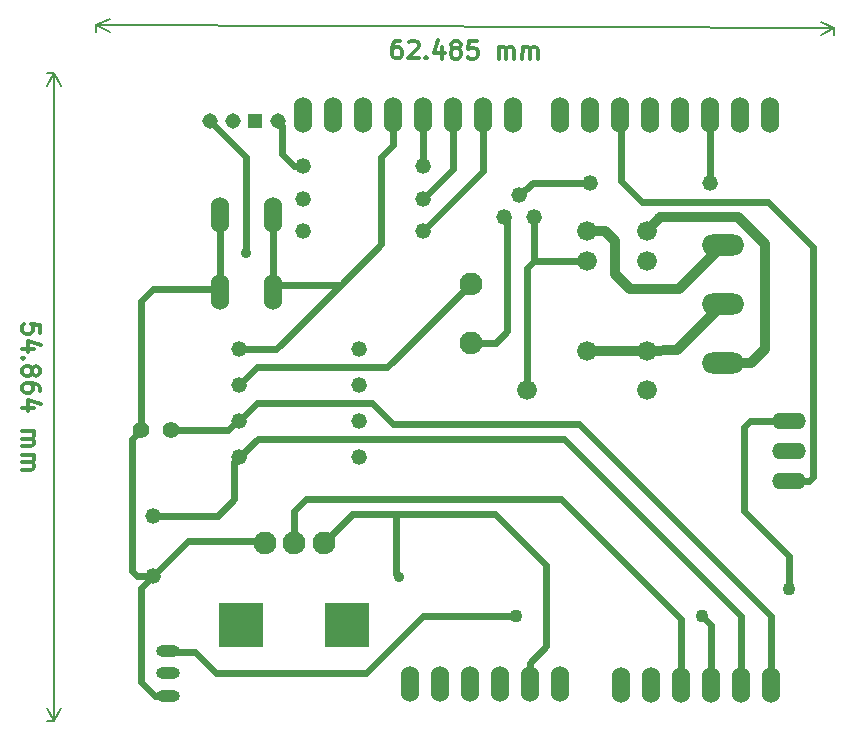
<source format=gbr>
%TF.GenerationSoftware,KiCad,Pcbnew,5.1.9-73d0e3b20d~88~ubuntu20.04.1*%
%TF.CreationDate,2021-04-10T10:54:25+05:30*%
%TF.ProjectId,shield-V1p2,73686965-6c64-42d5-9631-70322e6b6963,rev?*%
%TF.SameCoordinates,Original*%
%TF.FileFunction,Copper,L1,Top*%
%TF.FilePolarity,Positive*%
%FSLAX46Y46*%
G04 Gerber Fmt 4.6, Leading zero omitted, Abs format (unit mm)*
G04 Created by KiCad (PCBNEW 5.1.9-73d0e3b20d~88~ubuntu20.04.1) date 2021-04-10 10:54:25*
%MOMM*%
%LPD*%
G01*
G04 APERTURE LIST*
%TA.AperFunction,NonConductor*%
%ADD10C,0.300000*%
%TD*%
%TA.AperFunction,NonConductor*%
%ADD11C,0.200000*%
%TD*%
%TA.AperFunction,ComponentPad*%
%ADD12O,1.524000X3.048000*%
%TD*%
%TA.AperFunction,ComponentPad*%
%ADD13C,1.320800*%
%TD*%
%TA.AperFunction,ComponentPad*%
%ADD14C,1.308000*%
%TD*%
%TA.AperFunction,ComponentPad*%
%ADD15R,1.308000X1.308000*%
%TD*%
%TA.AperFunction,ComponentPad*%
%ADD16R,3.810000X3.810000*%
%TD*%
%TA.AperFunction,ComponentPad*%
%ADD17C,1.930400*%
%TD*%
%TA.AperFunction,ComponentPad*%
%ADD18O,2.016000X1.008000*%
%TD*%
%TA.AperFunction,ComponentPad*%
%ADD19C,1.676400*%
%TD*%
%TA.AperFunction,ComponentPad*%
%ADD20C,1.400000*%
%TD*%
%TA.AperFunction,ComponentPad*%
%ADD21O,3.581400X1.790700*%
%TD*%
%TA.AperFunction,ComponentPad*%
%ADD22O,2.844800X1.422400*%
%TD*%
%TA.AperFunction,ViaPad*%
%ADD23C,1.104800*%
%TD*%
%TA.AperFunction,ViaPad*%
%ADD24C,0.904800*%
%TD*%
%TA.AperFunction,Conductor*%
%ADD25C,0.609600*%
%TD*%
%TA.AperFunction,Conductor*%
%ADD26C,0.406400*%
%TD*%
%TA.AperFunction,Conductor*%
%ADD27C,0.812800*%
%TD*%
G04 APERTURE END LIST*
D10*
X142995850Y-74689203D02*
X142710138Y-74688042D01*
X142566992Y-74758889D01*
X142495273Y-74830027D01*
X142351546Y-75043730D01*
X142278957Y-75329151D01*
X142276634Y-75900575D01*
X142347481Y-76043722D01*
X142418619Y-76115440D01*
X142561185Y-76187449D01*
X142846897Y-76188610D01*
X142990043Y-76117763D01*
X143061761Y-76046625D01*
X143133770Y-75904060D01*
X143135222Y-75546920D01*
X143064374Y-75403773D01*
X142993237Y-75332055D01*
X142850671Y-75260046D01*
X142564959Y-75258885D01*
X142421813Y-75329732D01*
X142350095Y-75400870D01*
X142278086Y-75543435D01*
X143709549Y-74834963D02*
X143781267Y-74763825D01*
X143924414Y-74692978D01*
X144281554Y-74694430D01*
X144424119Y-74766438D01*
X144495257Y-74838157D01*
X144566104Y-74981303D01*
X144565523Y-75124159D01*
X144493224Y-75338153D01*
X143632604Y-76191804D01*
X144561168Y-76195579D01*
X145204601Y-76055336D02*
X145275738Y-76127054D01*
X145204020Y-76198192D01*
X145132882Y-76126474D01*
X145204601Y-76055336D01*
X145204020Y-76198192D01*
X146565217Y-75203717D02*
X146561152Y-76203709D01*
X146210400Y-74630841D02*
X145848904Y-75700809D01*
X146777468Y-75704584D01*
X147564628Y-75350638D02*
X147422062Y-75278629D01*
X147350924Y-75206911D01*
X147280077Y-75063765D01*
X147280368Y-74992337D01*
X147352376Y-74849771D01*
X147424095Y-74778633D01*
X147567241Y-74707786D01*
X147852953Y-74708947D01*
X147995518Y-74780956D01*
X148066656Y-74852675D01*
X148137503Y-74995821D01*
X148137213Y-75067249D01*
X148065204Y-75209814D01*
X147993486Y-75280952D01*
X147850340Y-75351799D01*
X147564628Y-75350638D01*
X147421481Y-75421485D01*
X147349763Y-75492623D01*
X147277754Y-75635188D01*
X147276593Y-75920900D01*
X147347440Y-76064047D01*
X147418578Y-76135765D01*
X147561143Y-76207774D01*
X147846855Y-76208935D01*
X147990002Y-76138088D01*
X148061720Y-76066950D01*
X148133729Y-75924385D01*
X148134890Y-75638673D01*
X148064043Y-75495526D01*
X147992905Y-75423808D01*
X147850340Y-75351799D01*
X149495796Y-74715626D02*
X148781517Y-74712722D01*
X148707185Y-75426712D01*
X148778903Y-75355574D01*
X148922050Y-75284727D01*
X149279190Y-75286178D01*
X149421755Y-75358187D01*
X149492893Y-75429906D01*
X149563740Y-75573052D01*
X149562288Y-75930192D01*
X149490280Y-76072757D01*
X149418561Y-76143895D01*
X149275415Y-76214742D01*
X148918275Y-76213290D01*
X148775709Y-76141282D01*
X148704572Y-76069563D01*
X151346826Y-76223163D02*
X151350891Y-75223171D01*
X151350311Y-75366027D02*
X151422029Y-75294889D01*
X151565175Y-75224042D01*
X151779459Y-75224913D01*
X151922025Y-75296922D01*
X151992872Y-75440068D01*
X151989678Y-76225776D01*
X151992872Y-75440068D02*
X152064881Y-75297502D01*
X152208027Y-75226655D01*
X152422311Y-75227526D01*
X152564877Y-75299535D01*
X152635724Y-75442681D01*
X152632530Y-76228389D01*
X153346810Y-76231293D02*
X153350875Y-75231301D01*
X153350294Y-75374157D02*
X153422012Y-75303019D01*
X153565159Y-75232172D01*
X153779443Y-75233043D01*
X153922008Y-75305052D01*
X153992856Y-75448198D01*
X153989662Y-76233906D01*
X153992856Y-75448198D02*
X154064864Y-75305632D01*
X154208011Y-75234785D01*
X154422295Y-75235656D01*
X154564860Y-75307665D01*
X154635707Y-75450811D01*
X154632513Y-76236519D01*
D11*
X117258596Y-73406000D02*
X179742596Y-73660000D01*
X117259100Y-73282097D02*
X117256213Y-73992416D01*
X179743100Y-73536097D02*
X179740213Y-74246416D01*
X179742596Y-73660000D02*
X178613718Y-74241837D01*
X179742596Y-73660000D02*
X178618485Y-73069005D01*
X117258596Y-73406000D02*
X118382707Y-73996995D01*
X117258596Y-73406000D02*
X118387474Y-72824163D01*
D10*
X112486428Y-99448028D02*
X112486428Y-98733742D01*
X111772142Y-98662314D01*
X111843571Y-98733742D01*
X111915000Y-98876600D01*
X111915000Y-99233742D01*
X111843571Y-99376600D01*
X111772142Y-99448028D01*
X111629285Y-99519457D01*
X111272142Y-99519457D01*
X111129285Y-99448028D01*
X111057857Y-99376600D01*
X110986428Y-99233742D01*
X110986428Y-98876600D01*
X111057857Y-98733742D01*
X111129285Y-98662314D01*
X111986428Y-100805171D02*
X110986428Y-100805171D01*
X112557857Y-100448028D02*
X111486428Y-100090885D01*
X111486428Y-101019457D01*
X111129285Y-101590885D02*
X111057857Y-101662314D01*
X110986428Y-101590885D01*
X111057857Y-101519457D01*
X111129285Y-101590885D01*
X110986428Y-101590885D01*
X111843571Y-102519457D02*
X111915000Y-102376600D01*
X111986428Y-102305171D01*
X112129285Y-102233742D01*
X112200714Y-102233742D01*
X112343571Y-102305171D01*
X112415000Y-102376600D01*
X112486428Y-102519457D01*
X112486428Y-102805171D01*
X112415000Y-102948028D01*
X112343571Y-103019457D01*
X112200714Y-103090885D01*
X112129285Y-103090885D01*
X111986428Y-103019457D01*
X111915000Y-102948028D01*
X111843571Y-102805171D01*
X111843571Y-102519457D01*
X111772142Y-102376600D01*
X111700714Y-102305171D01*
X111557857Y-102233742D01*
X111272142Y-102233742D01*
X111129285Y-102305171D01*
X111057857Y-102376600D01*
X110986428Y-102519457D01*
X110986428Y-102805171D01*
X111057857Y-102948028D01*
X111129285Y-103019457D01*
X111272142Y-103090885D01*
X111557857Y-103090885D01*
X111700714Y-103019457D01*
X111772142Y-102948028D01*
X111843571Y-102805171D01*
X112486428Y-104376600D02*
X112486428Y-104090885D01*
X112415000Y-103948028D01*
X112343571Y-103876600D01*
X112129285Y-103733742D01*
X111843571Y-103662314D01*
X111272142Y-103662314D01*
X111129285Y-103733742D01*
X111057857Y-103805171D01*
X110986428Y-103948028D01*
X110986428Y-104233742D01*
X111057857Y-104376600D01*
X111129285Y-104448028D01*
X111272142Y-104519457D01*
X111629285Y-104519457D01*
X111772142Y-104448028D01*
X111843571Y-104376600D01*
X111915000Y-104233742D01*
X111915000Y-103948028D01*
X111843571Y-103805171D01*
X111772142Y-103733742D01*
X111629285Y-103662314D01*
X111986428Y-105805171D02*
X110986428Y-105805171D01*
X112557857Y-105448028D02*
X111486428Y-105090885D01*
X111486428Y-106019457D01*
X110986428Y-107733742D02*
X111986428Y-107733742D01*
X111843571Y-107733742D02*
X111915000Y-107805171D01*
X111986428Y-107948028D01*
X111986428Y-108162314D01*
X111915000Y-108305171D01*
X111772142Y-108376600D01*
X110986428Y-108376600D01*
X111772142Y-108376600D02*
X111915000Y-108448028D01*
X111986428Y-108590885D01*
X111986428Y-108805171D01*
X111915000Y-108948028D01*
X111772142Y-109019457D01*
X110986428Y-109019457D01*
X110986428Y-109733742D02*
X111986428Y-109733742D01*
X111843571Y-109733742D02*
X111915000Y-109805171D01*
X111986428Y-109948028D01*
X111986428Y-110162314D01*
X111915000Y-110305171D01*
X111772142Y-110376600D01*
X110986428Y-110376600D01*
X111772142Y-110376600D02*
X111915000Y-110448028D01*
X111986428Y-110590885D01*
X111986428Y-110805171D01*
X111915000Y-110948028D01*
X111772142Y-111019457D01*
X110986428Y-111019457D01*
D11*
X113665000Y-77444600D02*
X113665000Y-132308600D01*
X113665000Y-77444600D02*
X113078579Y-77444600D01*
X113665000Y-132308600D02*
X113078579Y-132308600D01*
X113665000Y-132308600D02*
X113078579Y-131182096D01*
X113665000Y-132308600D02*
X114251421Y-131182096D01*
X113665000Y-77444600D02*
X113078579Y-78571104D01*
X113665000Y-77444600D02*
X114251421Y-78571104D01*
D12*
%TO.P,JP1,8*%
%TO.N,Net-(JP1-Pad8)*%
X134785100Y-81000600D03*
%TO.P,JP1,7*%
%TO.N,GND*%
X137325100Y-81000600D03*
%TO.P,JP1,6*%
%TO.N,/IR1.1*%
X139865100Y-81000600D03*
%TO.P,JP1,5*%
%TO.N,Net-(BUTTON1-Pad1)*%
X142405100Y-81000600D03*
%TO.P,JP1,4*%
%TO.N,Net-(JP1-Pad4)*%
X144945100Y-81000600D03*
%TO.P,JP1,3*%
%TO.N,Net-(JP1-Pad3)*%
X147485100Y-81000600D03*
%TO.P,JP1,2*%
%TO.N,Net-(JP1-Pad2)*%
X150025100Y-81000600D03*
%TO.P,JP1,1*%
%TO.N,/IR1.2*%
X152565100Y-81000600D03*
%TD*%
%TO.P,JP2,8*%
%TO.N,/IR2.1*%
X156502100Y-81000600D03*
%TO.P,JP2,7*%
%TO.N,/IR2.2*%
X159042100Y-81000600D03*
%TO.P,JP2,6*%
%TO.N,Net-(JP2-Pad6)*%
X161582100Y-81000600D03*
%TO.P,JP2,5*%
%TO.N,Net-(JP2-Pad5)*%
X164122100Y-81000600D03*
%TO.P,JP2,4*%
%TO.N,Net-(JP2-Pad4)*%
X166662100Y-81000600D03*
%TO.P,JP2,3*%
%TO.N,Net-(JP2-Pad3)*%
X169202100Y-81000600D03*
%TO.P,JP2,2*%
%TO.N,Net-(JP2-Pad2)*%
X171742100Y-81000600D03*
%TO.P,JP2,1*%
%TO.N,Net-(JP2-Pad1)*%
X174282100Y-81000600D03*
%TD*%
%TO.P,JP3,6*%
%TO.N,Net-(JP3-Pad6)*%
X143802100Y-129133600D03*
%TO.P,JP3,5*%
%TO.N,+3V3*%
X146342100Y-129133600D03*
%TO.P,JP3,4*%
%TO.N,+5V*%
X148882100Y-129133600D03*
%TO.P,JP3,3*%
%TO.N,GND*%
X151422100Y-129133600D03*
%TO.P,JP3,2*%
X153962100Y-129133600D03*
%TO.P,JP3,1*%
%TO.N,V+*%
X156502100Y-129133600D03*
%TD*%
%TO.P,JP4,6*%
%TO.N,Net-(JP4-Pad6)*%
X161709100Y-129260600D03*
%TO.P,JP4,5*%
%TO.N,Net-(JP4-Pad5)*%
X164249100Y-129260600D03*
%TO.P,JP4,4*%
%TO.N,Net-(JP4-Pad4)*%
X166789100Y-129260600D03*
%TO.P,JP4,3*%
%TO.N,Net-(HALL1-PadOUT)*%
X169329100Y-129260600D03*
%TO.P,JP4,2*%
%TO.N,Net-(JP4-Pad2)*%
X171869100Y-129260600D03*
%TO.P,JP4,1*%
%TO.N,Net-(JP4-Pad1)*%
X174409100Y-129260600D03*
%TD*%
%TO.P,BUTTON1,4*%
%TO.N,+5V*%
X127698500Y-95935800D03*
%TO.P,BUTTON1,2*%
%TO.N,Net-(BUTTON1-Pad1)*%
X132219700Y-95935800D03*
%TO.P,BUTTON1,3*%
%TO.N,+5V*%
X127698500Y-89433400D03*
%TO.P,BUTTON1,1*%
%TO.N,Net-(BUTTON1-Pad1)*%
X132219700Y-89433400D03*
%TD*%
D13*
%TO.P,R6,2*%
%TO.N,Net-(BUTTON1-Pad1)*%
X129324100Y-100812600D03*
%TO.P,R6,1*%
%TO.N,GND*%
X139484100Y-100812600D03*
%TD*%
D14*
%TO.P,RGB1,4*%
%TO.N,Net-(R3-Pad1)*%
X126911100Y-81508600D03*
%TO.P,RGB1,1*%
%TO.N,Net-(R1-Pad1)*%
X132626100Y-81508600D03*
D15*
%TO.P,RGB1,2*%
%TO.N,GND*%
X130721100Y-81508600D03*
D14*
%TO.P,RGB1,3*%
%TO.N,Net-(R2-Pad1)*%
X128816100Y-81508600D03*
%TD*%
D13*
%TO.P,R1,2*%
%TO.N,Net-(JP1-Pad4)*%
X144945100Y-85318600D03*
%TO.P,R1,1*%
%TO.N,Net-(R1-Pad1)*%
X134785100Y-85318600D03*
%TD*%
%TO.P,R2,2*%
%TO.N,Net-(JP1-Pad3)*%
X144945100Y-88112600D03*
%TO.P,R2,1*%
%TO.N,Net-(R2-Pad1)*%
X134785100Y-88112600D03*
%TD*%
%TO.P,R3,2*%
%TO.N,Net-(JP1-Pad2)*%
X144945100Y-90779600D03*
%TO.P,R3,1*%
%TO.N,Net-(R3-Pad1)*%
X134785100Y-90779600D03*
%TD*%
D16*
%TO.P,POT1,P$5*%
%TO.N,N/C*%
X129523100Y-124195600D03*
%TO.P,POT1,P$4*%
X138523100Y-124195600D03*
D17*
%TO.P,POT1,1*%
%TO.N,GND*%
X136523100Y-117195600D03*
%TO.P,POT1,3*%
%TO.N,+5V*%
X131523100Y-117195600D03*
%TO.P,POT1,2*%
%TO.N,Net-(JP4-Pad4)*%
X134023100Y-117195600D03*
%TD*%
D18*
%TO.P,HALL1,V+*%
%TO.N,+5V*%
X123355100Y-130149600D03*
%TO.P,HALL1,OUT*%
%TO.N,Net-(HALL1-PadOUT)*%
X123355100Y-126339600D03*
%TO.P,HALL1,V-*%
%TO.N,GND*%
X123355100Y-128244600D03*
%TD*%
D19*
%TO.P,RELAY1,3*%
%TO.N,Net-(RELAY1-Pad3)*%
X163868100Y-100939600D03*
%TO.P,RELAY1,4*%
X158788100Y-100939600D03*
%TO.P,RELAY1,2*%
%TO.N,+5V*%
X163868100Y-93319600D03*
%TO.P,RELAY1,5*%
%TO.N,Net-(D1-PadA)*%
X158788100Y-93319600D03*
%TO.P,RELAY1,6*%
%TO.N,Net-(RELAY1-Pad6)*%
X158788100Y-90779600D03*
%TO.P,RELAY1,1*%
%TO.N,Net-(RELAY1-Pad1)*%
X163868100Y-90779600D03*
%TD*%
D13*
%TO.P,THERM1,2*%
%TO.N,Net-(JP4-Pad2)*%
X122085100Y-114909600D03*
%TO.P,THERM1,1*%
%TO.N,+5V*%
X122085100Y-119989600D03*
%TD*%
%TO.P,R7,2*%
%TO.N,GND*%
X139484100Y-109956600D03*
%TO.P,R7,1*%
%TO.N,Net-(JP4-Pad2)*%
X129324100Y-109956600D03*
%TD*%
D20*
%TO.P,PHOTO1,2*%
%TO.N,Net-(JP4-Pad1)*%
X123609100Y-107670600D03*
%TO.P,PHOTO1,1*%
%TO.N,+5V*%
X121069100Y-107670600D03*
%TD*%
D13*
%TO.P,R8,2*%
%TO.N,GND*%
X139484100Y-106908600D03*
%TO.P,R8,1*%
%TO.N,Net-(JP4-Pad1)*%
X129324100Y-106908600D03*
%TD*%
%TO.P,T1,3*%
%TO.N,GND*%
X151803100Y-89636600D03*
%TO.P,T1,2*%
%TO.N,Net-(R9-Pad2)*%
X153073100Y-87731600D03*
%TO.P,T1,1*%
%TO.N,Net-(D1-PadA)*%
X154343100Y-89636600D03*
%TD*%
D19*
%TO.P,D1,C*%
%TO.N,+5V*%
X163868100Y-104241600D03*
%TO.P,D1,A*%
%TO.N,Net-(D1-PadA)*%
X153708100Y-104241600D03*
%TD*%
D21*
%TO.P,X1,3*%
%TO.N,Net-(RELAY1-Pad1)*%
X170325100Y-102002600D03*
%TO.P,X1,2*%
%TO.N,Net-(RELAY1-Pad3)*%
X170325100Y-97002600D03*
%TO.P,X1,1*%
%TO.N,Net-(RELAY1-Pad6)*%
X170325100Y-92002600D03*
%TD*%
D13*
%TO.P,R9,2*%
%TO.N,Net-(R9-Pad2)*%
X159042100Y-86715600D03*
%TO.P,R9,1*%
%TO.N,Net-(JP2-Pad3)*%
X169202100Y-86715600D03*
%TD*%
%TO.P,R10,2*%
%TO.N,Net-(JP2-Pad4)*%
X139484100Y-103860600D03*
%TO.P,R10,1*%
%TO.N,Net-(PIEZO1-Pad1)*%
X129324100Y-103860600D03*
%TD*%
D17*
%TO.P,PIEZO1,2*%
%TO.N,GND*%
X149009100Y-100264600D03*
%TO.P,PIEZO1,1*%
%TO.N,Net-(PIEZO1-Pad1)*%
X149009100Y-95264600D03*
%TD*%
D22*
%TO.P,SERVO1,3*%
%TO.N,GND*%
X175933100Y-106908600D03*
%TO.P,SERVO1,2*%
%TO.N,+5V*%
X175933100Y-109448600D03*
%TO.P,SERVO1,1*%
%TO.N,Net-(JP2-Pad6)*%
X175933100Y-111988600D03*
%TD*%
D23*
%TO.N,GND*%
X175933100Y-121132600D03*
D24*
X142913100Y-120116600D03*
%TO.N,Net-(R3-Pad1)*%
X129959100Y-92684600D03*
D23*
%TO.N,Net-(HALL1-PadOUT)*%
X152819100Y-123418600D03*
X168567100Y-123418600D03*
%TD*%
D25*
%TO.N,GND*%
X151803100Y-89636600D02*
X152057100Y-89890600D01*
X152057100Y-89890600D02*
X152057100Y-99288600D01*
X152057100Y-99288600D02*
X151081100Y-100264600D01*
X151081100Y-100264600D02*
X149009100Y-100264600D01*
X136523100Y-117195600D02*
X138936100Y-114782600D01*
X138936100Y-114782600D02*
X142659100Y-114782600D01*
X142659100Y-114782600D02*
X151041100Y-114782600D01*
X151041100Y-114782600D02*
X155359100Y-119100600D01*
X155359100Y-119100600D02*
X155359100Y-125958600D01*
X155359100Y-125958600D02*
X153962100Y-127355600D01*
X153962100Y-127355600D02*
X153962100Y-129133600D01*
X175933100Y-106908600D02*
X172631100Y-106908600D01*
X172631100Y-106908600D02*
X172123100Y-107416600D01*
X172123100Y-107416600D02*
X172123100Y-114528600D01*
X172123100Y-114528600D02*
X175933100Y-118338600D01*
X175933100Y-118338600D02*
X175933100Y-121132600D01*
X142913100Y-120116600D02*
X142659100Y-119862600D01*
X142659100Y-119862600D02*
X142659100Y-114782600D01*
%TO.N,+5V*%
X127698500Y-95935800D02*
X127698500Y-89433400D01*
X127698500Y-95935800D02*
X127495300Y-95732600D01*
X127495300Y-95732600D02*
X122085100Y-95732600D01*
X122085100Y-95732600D02*
X121069100Y-96748600D01*
X121069100Y-96748600D02*
X121069100Y-107670600D01*
X121069100Y-107670600D02*
X120307100Y-108432600D01*
X120307100Y-108432600D02*
X120307100Y-119608600D01*
X120307100Y-119608600D02*
X120688100Y-119989600D01*
X120688100Y-119989600D02*
X122085100Y-119989600D01*
X122085100Y-119989600D02*
X125006100Y-117068600D01*
X125006100Y-117068600D02*
X130975100Y-117068600D01*
X130975100Y-117068600D02*
X131102100Y-117195600D01*
X131102100Y-117195600D02*
X131523100Y-117195600D01*
X122085100Y-119989600D02*
X121069100Y-121005600D01*
X121069100Y-121005600D02*
X121069100Y-129006600D01*
X121069100Y-129006600D02*
X122212100Y-130149600D01*
X122212100Y-130149600D02*
X123355100Y-130149600D01*
%TO.N,Net-(JP1-Pad4)*%
X144945100Y-81000600D02*
X144945100Y-85318600D01*
%TO.N,Net-(JP1-Pad3)*%
X144945100Y-88112600D02*
X147485100Y-85572600D01*
X147485100Y-85572600D02*
X147485100Y-81000600D01*
%TO.N,Net-(JP1-Pad2)*%
X144945100Y-90779600D02*
X150025100Y-85699600D01*
X150025100Y-85699600D02*
X150025100Y-81000600D01*
D26*
%TO.N,Net-(JP2-Pad6)*%
X161582100Y-81000600D02*
X161709100Y-81127600D01*
D25*
X177965100Y-92176600D02*
X177965100Y-110490000D01*
X174155100Y-88366600D02*
X177965100Y-92176600D01*
X163487100Y-88366600D02*
X174155100Y-88366600D01*
X161709100Y-86588600D02*
X163487100Y-88366600D01*
X161709100Y-81127600D02*
X161709100Y-86588600D01*
X177965100Y-110490000D02*
X177965100Y-111594900D01*
X177571400Y-111988600D02*
X175933100Y-111988600D01*
X177965100Y-111594900D02*
X177571400Y-111988600D01*
%TO.N,Net-(JP2-Pad3)*%
X169202100Y-86715600D02*
X169202100Y-81000600D01*
%TO.N,Net-(JP4-Pad4)*%
X134023100Y-114528600D02*
X135039100Y-113512600D01*
X135039100Y-113512600D02*
X156629100Y-113512600D01*
X156629100Y-113512600D02*
X166789100Y-123672600D01*
X166789100Y-123672600D02*
X166789100Y-129260600D01*
X134023100Y-114528600D02*
X134023100Y-117195600D01*
%TO.N,Net-(JP4-Pad2)*%
X171869100Y-123418600D02*
X171869100Y-129260600D01*
X156883100Y-108432600D02*
X171869100Y-123418600D01*
X130975100Y-108432600D02*
X156883100Y-108432600D01*
X129324100Y-109956600D02*
X130975100Y-108432600D01*
X129324100Y-109956600D02*
X128943100Y-110337600D01*
X128943100Y-110337600D02*
X128943100Y-113512600D01*
X128943100Y-113512600D02*
X127546100Y-114909600D01*
X127546100Y-114909600D02*
X122085100Y-114909600D01*
%TO.N,Net-(JP4-Pad1)*%
X129324100Y-106908600D02*
X130848100Y-105384600D01*
X130848100Y-105384600D02*
X140627100Y-105384600D01*
X140627100Y-105384600D02*
X142405100Y-107162600D01*
X142405100Y-107162600D02*
X158153100Y-107162600D01*
X174409100Y-123418600D02*
X174409100Y-129260600D01*
X129197100Y-106908600D02*
X129324100Y-106908600D01*
X158153100Y-107162600D02*
X174409100Y-123418600D01*
X129197100Y-106908600D02*
X128435100Y-107670600D01*
X128435100Y-107670600D02*
X123609100Y-107670600D01*
%TO.N,Net-(R3-Pad1)*%
X126911100Y-81508600D02*
X129959100Y-84556600D01*
X129959100Y-84556600D02*
X129959100Y-92684600D01*
%TO.N,Net-(R1-Pad1)*%
X132626100Y-81508600D02*
X133007100Y-81889600D01*
X133007100Y-81889600D02*
X133007100Y-84302600D01*
X133007100Y-84302600D02*
X134023100Y-85318600D01*
X134023100Y-85318600D02*
X134785100Y-85318600D01*
%TO.N,Net-(D1-PadA)*%
X154343100Y-93319600D02*
X154343100Y-89636600D01*
X153708100Y-93954600D02*
X154343100Y-93319600D01*
X153708100Y-104241600D02*
X153708100Y-93954600D01*
X154343100Y-93319600D02*
X158788100Y-93319600D01*
%TO.N,Net-(R9-Pad2)*%
X154216100Y-86715600D02*
X159042100Y-86715600D01*
X153073100Y-87731600D02*
X154216100Y-86715600D01*
%TO.N,Net-(BUTTON1-Pad1)*%
X141389100Y-84556600D02*
X142405100Y-83540600D01*
X142405100Y-83540600D02*
X142405100Y-81000600D01*
X129324100Y-100812600D02*
X132499100Y-100812600D01*
X132499100Y-100812600D02*
X137960100Y-95351600D01*
X137960100Y-95351600D02*
X141389100Y-91922600D01*
X141389100Y-91922600D02*
X141389100Y-84556600D01*
X132219700Y-89433400D02*
X132219700Y-95935800D01*
X132219700Y-95935800D02*
X132803900Y-95351600D01*
X132803900Y-95351600D02*
X137960100Y-95351600D01*
%TO.N,Net-(HALL1-PadOUT)*%
X123355100Y-126339600D02*
X123482100Y-126466600D01*
X123482100Y-126466600D02*
X125641100Y-126466600D01*
X125641100Y-126466600D02*
X127419100Y-128244600D01*
X127419100Y-128244600D02*
X140119100Y-128244600D01*
X140119100Y-128244600D02*
X144945100Y-123418600D01*
X144945100Y-123418600D02*
X152819100Y-123418600D01*
X168567100Y-123418600D02*
X169329100Y-124180600D01*
X169329100Y-124180600D02*
X169329100Y-129260600D01*
D27*
%TO.N,Net-(RELAY1-Pad3)*%
X158788100Y-100939600D02*
X163868100Y-100939600D01*
X163868100Y-100939600D02*
X166433500Y-100863400D01*
X166433500Y-100863400D02*
X170325100Y-97002600D01*
%TO.N,Net-(RELAY1-Pad6)*%
X160312100Y-90779600D02*
X158788100Y-90779600D01*
X161201100Y-91668600D02*
X160312100Y-90779600D01*
X161201100Y-94462600D02*
X161201100Y-91668600D01*
X162471100Y-95732600D02*
X161201100Y-94462600D01*
X162471100Y-95732600D02*
X166595100Y-95732600D01*
X166595100Y-95732600D02*
X170325100Y-92002600D01*
%TO.N,Net-(RELAY1-Pad1)*%
X165011100Y-89636600D02*
X163868100Y-90779600D01*
X171615100Y-89636600D02*
X165011100Y-89636600D01*
X173901100Y-91922600D02*
X171615100Y-89636600D01*
X173901100Y-100812600D02*
X173901100Y-91922600D01*
X172711100Y-102002600D02*
X173901100Y-100812600D01*
X170325100Y-102002600D02*
X172711100Y-102002600D01*
D25*
%TO.N,Net-(PIEZO1-Pad1)*%
X148969100Y-95264600D02*
X149009100Y-95264600D01*
X141897100Y-102336600D02*
X148969100Y-95264600D01*
X130848100Y-102336600D02*
X141897100Y-102336600D01*
X129324100Y-103860600D02*
X130848100Y-102336600D01*
%TD*%
M02*

</source>
